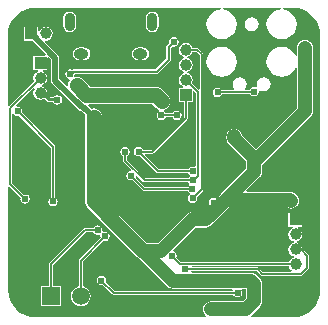
<source format=gbl>
%FSTAX23Y23*%
%MOIN*%
%SFA1B1*%

%IPPOS*%
%ADD13C,0.005000*%
%ADD35R,0.039370X0.039370*%
%ADD36C,0.039370*%
%ADD37R,0.039370X0.039370*%
%ADD38O,0.049212X0.037401*%
%ADD39O,0.035433X0.061024*%
%ADD40C,0.059055*%
%ADD41R,0.059055X0.059055*%
%ADD42C,0.019685*%
%ADD43C,0.010000*%
%ADD44C,0.008000*%
%ADD46C,0.020000*%
%ADD48C,0.006000*%
%ADD50C,0.024000*%
%ADD51C,0.045000*%
%ADD52C,0.050000*%
%LNcore_prototype_1-1*%
%LPD*%
G36*
X03893Y03417D02*
Y03347D01*
X03894Y03342*
X03897Y03337*
X03985Y03249*
X03989Y03246*
X03995Y03245*
X03995*
X04007Y03234*
X04007Y03233*
X04006Y03226*
Y02946*
X04007Y02938*
X0401Y02931*
X04014Y02925*
X0412Y02819*
X04124Y02815*
X04179Y02759*
X04185Y02755*
X04189Y02753*
X04281Y02661*
X04286Y02657*
X04293Y02654*
X043Y02653*
X04496*
X04499Y02648*
X04497Y02646*
X04105*
X04076Y02675*
X04077Y0268*
X04075Y02686*
X04072Y02692*
X04067Y02695*
X04061Y02696*
X04055Y02695*
X0405Y02692*
X04046Y02686*
X04045Y0268*
X04046Y02674*
X0405Y02669*
X04055Y02666*
X04061Y02665*
X04066Y02666*
X04097Y02635*
X04102Y02633*
X045*
X04503Y02628*
X04508Y02625*
X04515Y02624*
X04521Y02625*
X04526Y02628*
X04529Y02633*
X0453Y0264*
X04529Y02646*
X04527Y02648*
X0453Y02653*
X04543*
Y02622*
X04532Y02611*
X04425*
X04418Y0261*
X04411Y02607*
X04406Y02603*
X04402Y02598*
X04399Y02591*
X04398Y02585*
X04399Y02578*
X04402Y02571*
X04406Y02566*
X0441Y02563*
X04408Y02558*
X0384*
X0384Y02558*
X03823Y0256*
X03806Y02565*
X0379Y02573*
X03777Y02585*
X03765Y02598*
X03757Y02614*
X03752Y02631*
X03751Y02644*
X0375Y02649*
X0375Y02652*
X03749Y02652*
Y02992*
X03754Y02994*
X03792Y02957*
X03791Y02953*
X03792Y02946*
X03795Y02941*
X038Y02938*
X03807Y02937*
X03813Y02938*
X03818Y02941*
X03821Y02946*
X03822Y02953*
X03821Y02959*
X03818Y02964*
X03813Y02967*
X03807Y02968*
X03802Y02967*
X03764Y03006*
Y03234*
X03769Y03235*
X0377Y03233*
X03775Y0323*
X03782Y03229*
X03786Y0323*
X03892Y03123*
Y02957*
X03888Y02955*
X03885Y0295*
X03884Y02944*
X03885Y02937*
X03888Y02932*
X03893Y02929*
X039Y02928*
X03906Y02929*
X03911Y02932*
X03914Y02937*
X03915Y02944*
X03914Y0295*
X03911Y02955*
X03907Y02957*
Y03127*
X03907Y03129*
X03905Y03132*
X03796Y0324*
X03797Y03245*
X03796Y03251*
X03793Y03256*
X03788Y03259*
X03782Y0326*
X0378Y0326*
X03777Y03265*
X03834Y03321*
X03838Y03318*
X03836Y03315*
X03834Y03306*
X03836Y03296*
X03841Y03289*
X03848Y03284*
X03858Y03282*
X03867Y03284*
X03872Y03287*
X0388Y03278*
X03883Y03276*
X03887Y03276*
X03899*
X03902Y03271*
X03907Y03268*
X03914Y03267*
X0392Y03268*
X03925Y03271*
X03928Y03276*
X03929Y03283*
X03928Y03289*
X03925Y03294*
X0392Y03297*
X03914Y03298*
X03907Y03297*
X03902Y03294*
X03902Y03293*
X0389*
X03881Y03303*
X03881Y03306*
X03879Y03315*
X03874Y03322*
X03867Y03327*
X03863Y03328*
Y03333*
X03867Y03334*
X03874Y03339*
X03879Y03346*
X03881Y03356*
X03879Y03365*
X03874Y03372*
X03867Y03377*
X03867Y03382*
X03881*
Y03422*
X03886Y03424*
X03893Y03417*
G37*
G36*
X0384Y0359D02*
X04458D01*
X04459Y03585*
X04448Y03583*
X04436Y03578*
X04426Y0357*
X04418Y0356*
X04413Y03548*
X04411Y03535*
X04413Y03521*
X04418Y03509*
X04426Y03499*
X04436Y03491*
X04448Y03486*
X04462Y03484*
X04475Y03486*
X04487Y03491*
X04497Y03499*
X04505Y03509*
X0451Y03521*
X04512Y03535*
X0451Y03548*
X04505Y0356*
X04497Y0357*
X04487Y03578*
X04475Y03583*
X04464Y03585*
X04465Y0359*
X04658*
X04659Y03585*
X04648Y03583*
X04636Y03578*
X04626Y0357*
X04618Y0356*
X04613Y03548*
X04611Y03535*
X04613Y03521*
X04618Y03509*
X04626Y03499*
X04636Y03491*
X04648Y03486*
X04662Y03484*
X04675Y03486*
X04687Y03491*
X04697Y03499*
X04705Y03509*
X0471Y03521*
X04712Y03535*
X0471Y03548*
X04705Y0356*
X04697Y0357*
X04687Y03578*
X04675Y03583*
X04664Y03585*
X04665Y0359*
X04701*
X04701Y0359*
X04718Y03588*
X04735Y03583*
X04751Y03575*
X04764Y03563*
X04776Y0355*
X04784Y03534*
X04789Y03517*
X04791Y035*
X04791Y03499*
Y02648*
X04791Y02648*
X04789Y02631*
X04784Y02614*
X04776Y02598*
X04764Y02585*
X04751Y02573*
X04735Y02565*
X04718Y0256*
X04701Y02558*
X047Y02558*
X0456*
X04558Y02563*
X04562Y02566*
X04588Y02592*
Y02592*
X04592Y02598*
X04595Y02604*
X04596Y02611*
Y0267*
X04595Y02676*
X04592Y02683*
X04588Y02688*
X04578Y02698*
X04573Y02702*
X04566Y02705*
X0456Y02706*
X04363*
X0436Y02711*
X0436Y02711*
X04579*
X04592Y02698*
X04594Y02696*
X04597Y02696*
X04727*
X04729Y02696*
X04731Y02698*
X04751Y02718*
X04753Y0272*
X04753Y02723*
Y02763*
X04753Y02765*
X04751Y02767*
X0473Y02788*
X04729Y02793*
X04724Y028*
X04717Y02805*
X04713Y02806*
Y02811*
X04717Y02812*
X04724Y02817*
X04729Y02824*
X04731Y02834*
X04729Y02843*
X04724Y0285*
X04717Y02855*
X04717Y0286*
X04731*
Y02907*
X04684*
Y0286*
X04698*
X04698Y02855*
X04691Y0285*
X04686Y02843*
X04684Y02834*
X04686Y02824*
X04691Y02817*
X04698Y02812*
X04702Y02811*
Y02806*
X04698Y02805*
X04691Y028*
X04686Y02793*
X04684Y02784*
X04686Y02774*
X04691Y02767*
X04698Y02762*
X04702Y02761*
Y02756*
X04698Y02755*
X04691Y0275*
X04686Y02743*
X04325*
X04311Y02756*
X04312Y02762*
X04311Y02768*
X04308Y02773*
X04303Y02776*
X04302Y02776*
X043Y02782*
X04376Y02857*
X0441*
X04416Y02858*
X04423Y02861*
X04428Y02865*
X04487Y02924*
X0468*
X04687Y02921*
X04693Y0292*
X047Y02921*
X04706Y02924*
X04712Y02928*
X04716Y02933*
X04719Y0294*
X0472Y02947*
X04719Y02953*
X04716Y0296*
X04712Y02965*
X04708Y02968*
X04703Y02973*
X04697Y02975*
X0469Y02976*
X0469*
X04546*
X04544Y02981*
X04588Y03025*
X04592Y0303*
X04595Y03037*
X04596Y03043*
Y03066*
X04758Y03228*
X04762Y03233*
X04765Y0324*
X04766Y03247*
Y03456*
X04765Y03462*
X04762Y03469*
X04758Y03474*
X04757Y03475*
X04752Y03479*
X04745Y03482*
X04739Y03483*
X04732Y03482*
X04725Y03479*
X0472Y03475*
X04716Y0347*
X04713Y03463*
X04712Y03457*
X04713Y0345*
X04713Y03449*
Y03429*
X04708Y03428*
X04705Y03435*
X04697Y03445*
X04687Y03453*
X04675Y03458*
X04662Y0346*
X04648Y03458*
X04636Y03453*
X04626Y03445*
X04618Y03435*
X04613Y03423*
X04611Y0341*
X04613Y03396*
X04618Y03384*
X04626Y03374*
X04636Y03366*
X04648Y03361*
X04662Y03359*
X04675Y03361*
X04687Y03366*
X04697Y03374*
X04705Y03384*
X04708Y03391*
X04713Y0339*
Y03257*
X04576Y0312*
X04529Y03166*
X04529Y03167*
X04526Y03174*
X04522Y03179*
X04517Y03183*
X0451Y03186*
X04504Y03187*
X04497Y03186*
X0449Y03183*
X04485Y03179*
X04481Y03174*
X04478Y03167*
X04477Y03161*
Y03155*
X04478Y03148*
X04481Y03141*
X04485Y03136*
X04543Y03078*
X04543Y03077*
Y03054*
X04458Y02968*
Y02968*
X04443Y02953*
X04442Y02954*
X04436Y02955*
X04429Y02954*
X04424Y02951*
X04421Y02946*
X0442Y0294*
X04421Y02933*
X04422Y02932*
X04399Y0291*
X04365*
X04358Y02909*
X04352Y02906*
X04346Y02902*
X0425Y02806*
X04214*
X04167Y02852*
X04164Y02856*
X04063Y02957*
Y03226*
X04062Y03233*
X04059Y0324*
X04055Y03246*
X04049Y0325*
X04042Y03253*
X04035Y03254*
X04027Y03253*
X04026Y03253*
X04016Y03264*
X04018Y03269*
X04231*
X04242Y03257*
X04248Y03253*
X04254Y0325*
X04254Y03246*
X04254Y03245*
X04249Y03242*
X04246Y03237*
X04245Y03231*
X04246Y03224*
X04249Y03219*
X04254Y03216*
X04261Y03215*
X04267Y03216*
X04272Y03219*
X04275Y03224*
X04275Y03225*
X04298*
X04301Y0322*
X04306Y03217*
X04313Y03216*
X04319Y03217*
X04324Y0322*
X04327Y03225*
X04328Y03232*
X04327Y03238*
X04324Y03243*
X04319Y03246*
X04313Y03247*
X04306Y03246*
X04301Y03243*
X04298Y03238*
X04274*
X04272Y03242*
X04268Y03244*
X04268Y03249*
X04268Y0325*
X0427Y0325*
X04277Y03253*
X04283Y03257*
X04287Y03263*
X0429Y0327*
X04291Y03278*
X0429Y03285*
X04287Y03292*
X04283Y03298*
X04263Y03318*
X04257Y03322*
X0425Y03325*
X04243Y03326*
X04022*
X03998Y03351*
X03992Y03355*
X03985Y03358*
X03978Y03359*
X03975Y03359*
X03973Y0336*
X03971Y03363*
X03972Y03369*
X03973Y03369*
X04245*
X04247Y03369*
X0425Y03371*
X0429Y03411*
Y03411*
X04292Y03414*
X04292Y03417*
Y03455*
X04298Y03461*
X04302Y0346*
X04308Y03461*
X04313Y03465*
X04317Y0347*
X04318Y03476*
X04317Y03482*
X04313Y03487*
X04308Y03491*
X04302Y03492*
X04296Y03491*
X04291Y03487*
X04287Y03482*
X04286Y03476*
X04287Y03472*
X04279Y03464*
X04277Y03461*
X04277Y03459*
Y0342*
X04241Y03384*
X03969*
X03966Y03384*
X03964Y03382*
X03963Y03383*
X03957Y03384*
X0395Y03383*
X03945Y0338*
X03942Y03375*
X03941Y03369*
X03942Y03362*
X03945Y03357*
X0395Y03354*
X03953Y03353*
X03955Y03348*
X03953Y03345*
X0395Y03338*
X03949Y03331*
X03945Y03329*
X0392Y03353*
Y03423*
X03919Y03428*
X03916Y03432*
X03873Y03475*
X03874Y03478*
X03876Y0348*
X03885Y03482*
X03892Y03487*
X03897Y03494*
X03899Y03504*
X03897Y03513*
X03892Y0352*
X03885Y03525*
X03876Y03527*
X03866Y03525*
X03859Y0352*
X03854Y03513*
X03849Y03513*
Y03527*
X03802*
Y0348*
X03829*
X03876Y03434*
X03874Y03429*
X03834*
Y03382*
X03848*
X03848Y03377*
X03841Y03372*
X03836Y03365*
X03834Y03356*
X03836Y03346*
X03836Y03345*
X03754Y03263*
X03749Y03265*
Y035*
X03749Y035*
X03751Y03517*
X03756Y03534*
X03764Y0355*
X03776Y03563*
X03789Y03575*
X03805Y03583*
X03822Y03588*
X03839Y0359*
X0384Y0359*
G37*
G36*
X04686Y02724D02*
X04691Y02717D01*
X04695Y02714*
X04693Y02709*
X04599*
X04586Y02722*
X04584Y02724*
X04582Y02724*
X0436*
X0436Y02724*
X04363Y02729*
X04685*
X04686Y02724*
G37*
%LNcore_prototype_1-2*%
%LPC*%
G36*
X04048Y02864D02*
X04041Y02863D01*
X04036Y0286*
X04033Y02855*
X04006*
X04001Y02853*
X03887Y02739*
X03885Y02735*
Y02662*
X03858*
Y02595*
X03925*
Y02662*
X03898*
Y02732*
X04008Y02842*
X04033*
X04036Y02837*
X04041Y02834*
X04048Y02833*
X04053Y02834*
X04055Y02832*
X04057Y0283*
X04057Y02828*
X04058Y02822*
X03987Y02751*
X03985Y02747*
Y02661*
X03983Y02661*
X03975Y02657*
X03968Y02652*
X03963Y02645*
X03959Y02637*
X03958Y02629*
X03959Y0262*
X03963Y02612*
X03968Y02605*
X03975Y026*
X03983Y02596*
X03992Y02595*
X04Y02596*
X04008Y026*
X04015Y02605*
X0402Y02612*
X04024Y0262*
X04025Y02629*
X04024Y02637*
X0402Y02645*
X04015Y02652*
X04008Y02657*
X04Y02661*
X03998Y02661*
Y02744*
X04067Y02813*
X04073Y02812*
X04079Y02813*
X04084Y02816*
X04087Y02821*
X04088Y02828*
X04087Y02834*
X04084Y02839*
X04079Y02842*
X04073Y02843*
X04067Y02842*
X04065Y02844*
X04063Y02846*
X04063Y02849*
X04062Y02855*
X04059Y0286*
X04054Y02863*
X04048Y02864*
G37*
G36*
X04562Y03558D02*
X04553Y03556D01*
X04545Y03551*
X0454Y03543*
X04538Y03535*
X0454Y03526*
X04545Y03518*
X04553Y03513*
X04562Y03511*
X0457Y03513*
X04578Y03518*
X04583Y03526*
X04585Y03535*
X04583Y03543*
X04578Y03551*
X0457Y03556*
X04562Y03558*
G37*
G36*
X04231Y03577D02*
X04222Y03575D01*
X04215Y03571*
X04211Y03564*
X04209Y03555*
Y0353*
X04211Y03521*
X04215Y03514*
X04222Y0351*
X04231Y03508*
X04239Y0351*
X04246Y03514*
X0425Y03521*
X04252Y0353*
Y03555*
X0425Y03564*
X04246Y03571*
X04239Y03575*
X04231Y03577*
G37*
G36*
X03955D02*
X03947Y03575D01*
X0394Y03571*
X03935Y03564*
X03933Y03555*
Y0353*
X03935Y03521*
X0394Y03514*
X03947Y0351*
X03955Y03508*
X03963Y0351*
X0397Y03514*
X03975Y03521*
X03977Y0353*
Y03555*
X03975Y03564*
X0397Y03571*
X03963Y03575*
X03955Y03577*
G37*
G36*
X04197Y03459D02*
X04185D01*
X04177Y03457*
X04169Y03452*
X04164Y03445*
X04163Y03436*
X04164Y03428*
X04169Y0342*
X04177Y03415*
X04185Y03414*
X04197*
X04206Y03415*
X04213Y0342*
X04218Y03428*
X0422Y03436*
X04218Y03445*
X04215Y0345*
X04215Y0345*
X04214Y0345*
X04213Y03452*
X04206Y03457*
X04197Y03459*
G37*
G36*
X04D02*
X03988D01*
X0398Y03457*
X03972Y03452*
X03967Y03445*
X03966Y03436*
X03967Y03428*
X03972Y0342*
X0398Y03415*
X03988Y03414*
X04*
X04009Y03415*
X04016Y0342*
X04018Y03423*
X04021Y03424*
X04022Y03425*
X04023Y03428*
Y03447*
X04022Y0345*
X04019Y03451*
X04017*
X04016Y03452*
X04009Y03457*
X04Y03459*
G37*
G36*
X04462Y0346D02*
X04448Y03458D01*
X04436Y03453*
X04426Y03445*
X04418Y03435*
X04413Y03423*
X04411Y0341*
X04413Y03396*
X04418Y03384*
X04426Y03374*
X04436Y03366*
X04448Y03361*
X04462Y03359*
X04475Y03361*
X04487Y03366*
X04497Y03374*
X04505Y03384*
X0451Y03396*
X04512Y0341*
X0451Y03423*
X04505Y03435*
X04497Y03445*
X04487Y03453*
X04475Y03458*
X04462Y0346*
G37*
G36*
X04602Y03358D02*
X04593Y03356D01*
X04585Y03351*
X0458Y03343*
X04578Y03335*
X04579Y03328*
X04577Y03325*
X04575Y03324*
X0457Y03325*
X04563Y03324*
X04558Y03321*
X04555Y03316*
X04555Y03315*
X04542*
X04539Y0332*
X04543Y03326*
X04545Y03335*
X04543Y03343*
X04538Y03351*
X0453Y03356*
X04522Y03358*
X04513Y03356*
X04505Y03351*
X045Y03343*
X04498Y03335*
X045Y03326*
X04504Y0332*
X04501Y03315*
X04461*
X04459Y03319*
X04454Y03322*
X04448Y03323*
X04441Y03322*
X04436Y03319*
X04433Y03314*
X04432Y03308*
X04433Y03301*
X04436Y03296*
X04441Y03293*
X04448Y03292*
X04454Y03293*
X04459Y03296*
X04462Y03301*
X04462Y03302*
X04556*
X04558Y03298*
X04563Y03295*
X0457Y03294*
X04576Y03295*
X04581Y03298*
X04584Y03303*
X04585Y0331*
X04585Y03312*
X04589Y03315*
X04593Y03313*
X04602Y03311*
X0461Y03313*
X04618Y03318*
X04623Y03326*
X04625Y03335*
X04623Y03343*
X04618Y03351*
X0461Y03356*
X04602Y03358*
G37*
G36*
X04342Y03473D02*
X04332Y03471D01*
X04325Y03466*
X0432Y03459*
X04318Y0345*
X0432Y0344*
X04325Y03433*
X04332Y03428*
X04336Y03427*
Y03422*
X04332Y03421*
X04325Y03416*
X0432Y03409*
X04318Y034*
X0432Y0339*
X04325Y03383*
X04332Y03378*
X04336Y03377*
Y03372*
X04332Y03371*
X04325Y03366*
X0432Y03359*
X04318Y0335*
X0432Y0334*
X04325Y03333*
X04332Y03328*
X04332Y03323*
X04318*
Y03276*
X04335*
Y03223*
X04228Y03116*
X04199*
X04196Y03121*
X04191Y03124*
X04185Y03125*
X04178Y03124*
X04173Y03121*
X0417Y03116*
X04169Y0311*
X0417Y03103*
X04173Y03098*
X04178Y03095*
X04185Y03094*
X0419Y03095*
X04245Y0304*
X0425Y03038*
X0435*
X04353Y03033*
X04355Y03033*
Y03026*
X04353Y03026*
X0435Y03021*
X04207*
X04146Y03082*
Y03095*
X04151Y03098*
X04154Y03103*
X04155Y0311*
X04154Y03116*
X04151Y03121*
X04146Y03124*
X0414Y03125*
X04133Y03124*
X04128Y03121*
X04125Y03116*
X04124Y0311*
X04125Y03103*
X04128Y03098*
X04133Y03095*
Y0308*
X04135Y03075*
X0416Y0305*
X0416Y0305*
X04158Y03045*
X04153Y03044*
X04148Y03041*
X04145Y03036*
X04144Y0303*
X04145Y03023*
X04148Y03018*
X04153Y03015*
X0416Y03014*
X04165Y03015*
X04199Y02981*
X04204Y02979*
X04349*
X04352Y02974*
X04355Y02973*
X04355Y02967*
X04353Y02966*
X0435Y02961*
X04349Y02955*
X0435Y02948*
X04353Y02943*
X04358Y0294*
X04365Y02939*
X04371Y0294*
X04376Y02943*
X04379Y02948*
X0438Y02955*
X04379Y0296*
X04399Y0298*
X04401Y02985*
Y03434*
X04399Y03438*
X04383Y03454*
X04379Y03456*
X04364*
X04363Y03459*
X04358Y03466*
X04351Y03471*
X04342Y03473*
G37*
%LNcore_prototype_1-3*%
%LPD*%
G36*
X04388Y03431D02*
Y03319D01*
X04383Y03317*
X04362Y03338*
X04363Y0334*
X04365Y0335*
X04363Y03359*
X04358Y03366*
X04351Y03371*
X04347Y03372*
Y03377*
X04351Y03378*
X04358Y03383*
X04363Y0339*
X04365Y034*
X04363Y03409*
X04358Y03416*
X04351Y03421*
X04347Y03422*
Y03427*
X04351Y03428*
X04358Y03433*
X04363Y0344*
X04364Y03443*
X04376*
X04388Y03431*
G37*
G36*
X04376Y03306D02*
Y03061D01*
X04371Y03059*
X04371Y03059*
X04365Y0306*
X04358Y03059*
X04353Y03056*
X0435Y03051*
X04252*
X04205Y03098*
X04207Y03103*
X04231*
X04235Y03105*
X04346Y03216*
X04348Y03221*
Y03276*
X04365*
Y03311*
X04369Y03313*
X04376Y03306*
G37*
G36*
X042Y0301D02*
X04205Y03008D01*
X0435*
X04353Y03003*
X04353Y03003*
X04353Y02997*
X04352Y02997*
X04349Y02992*
X04206*
X04175Y03023*
X04176Y03028*
X04181Y03029*
X042Y0301*
G37*
G54D13*
X04261Y03231D02*
X04262Y03232D01*
X04313*
X04395Y02985D02*
Y03434D01*
X04379Y0345D02*
X04395Y03434D01*
X04365Y02955D02*
X04395Y02985D01*
X04383Y03028D02*
Y03309D01*
X0437Y03015D02*
X04383Y03028D01*
X04342Y0335D02*
X04383Y03309D01*
X04365Y03015D02*
X0437D01*
X04342Y0345D02*
X04379D01*
X04449Y03309D02*
X04569D01*
X04448Y03308D02*
X04449Y03309D01*
X04569D02*
X0457Y0331D01*
X03992Y02629D02*
Y02747D01*
X04073Y02828*
X04006Y02849D02*
X04048D01*
X03892Y02735D02*
X04006Y02849D01*
X03892Y02629D02*
Y02735D01*
X04072Y02828D02*
X04073D01*
X04342Y03221D02*
Y033D01*
X04231Y0311D02*
X04342Y03221D01*
X0425Y03045D02*
X04365D01*
X04204Y02986D02*
X04364D01*
X0416Y0303D02*
X04204Y02986D01*
X04185Y0311D02*
X04231D01*
X04185D02*
X0425Y03045D01*
X04205Y03015D02*
X04365D01*
X0414Y0308D02*
X04205Y03015D01*
X0414Y0308D02*
Y0311D01*
X04102Y0264D02*
X04515D01*
X04061Y0268D02*
X04102Y0264D01*
G54D35*
X03826Y03504D03*
G54D36*
X03876Y03504D03*
X03858Y03306D03*
Y03356D03*
X04342Y0335D03*
Y034D03*
Y0345D03*
X04708Y02734D03*
Y02784D03*
Y02834D03*
G54D37*
X03858Y03406D03*
X04342Y033D03*
X04708Y02884D03*
G54D38*
X03994Y03436D03*
X04191D03*
G54D39*
X03955Y03543D03*
X04231D03*
G54D40*
X03992Y02629D03*
G54D41*
X03892Y02629D03*
G54D42*
X04453Y03064D03*
X04496D03*
X04453Y03021D03*
X04496D03*
G54D43*
X03912Y03284D02*
X03914Y03283D01*
X03887Y03284D02*
X03912D01*
X03865Y03306D02*
X03887Y03284D01*
X03858Y03306D02*
X03865D01*
G54D44*
X03969Y03377D02*
X04245D01*
X03961Y03369D02*
X03969Y03377D01*
X03957Y03369D02*
X03961D01*
X04245Y03377D02*
X04285Y03417D01*
X039Y02944D02*
Y03127D01*
X03782Y03245D02*
X039Y03127D01*
X03757Y03255D02*
X03858Y03356D01*
X03757Y03003D02*
Y03255D01*
Y03003D02*
X03807Y02953D01*
X04285Y03417D02*
Y03459D01*
X04302Y03476*
G54D46*
X03907Y03347D02*
Y03423D01*
Y03347D02*
X03995Y03259D01*
X04001*
X04035Y03226*
X03826Y03504D02*
X03907Y03423D01*
G54D48*
X04727Y02703D02*
X04747Y02723D01*
X04597Y02703D02*
X04727D01*
X04747Y02723D02*
Y02763D01*
X04582Y02718D02*
X04597Y02703D01*
X04341Y02718D02*
X04582D01*
X04322Y02736D02*
X04705D01*
X04297Y02762D02*
X04322Y02736D01*
X04705D02*
X04708Y02734D01*
X04726Y02784D02*
X04747Y02763D01*
X04708Y02784D02*
X04726D01*
G54D50*
X04261Y03231D03*
X04426Y03345D03*
X04693Y02947D03*
X04625Y02632D03*
X0475Y035D03*
Y029D03*
X0465Y033D03*
X046Y032D03*
X0465Y031D03*
X0435Y035D03*
X043Y026D03*
X0425Y035D03*
X042Y034D03*
X0425Y029D03*
X042Y026D03*
X041Y03D03*
Y028D03*
X04D03*
X039Y032D03*
X0395Y031D03*
Y029D03*
X039Y028D03*
X038Y034D03*
Y03D03*
Y028D03*
X0385Y027D03*
X038Y026D03*
X04396Y02929D03*
X04436Y0294D03*
X04322Y03131D03*
X04416Y03125D03*
X04739Y03457D03*
X04448Y03308D03*
X03914Y03283D03*
X03978Y03331D03*
X03957Y03369D03*
X04313Y03232D03*
X04263Y03278D03*
X03782Y03245D03*
X039Y02944D03*
X03807Y02953D03*
X04073Y02828D03*
X04048Y02849D03*
X04069Y02913D03*
X04302Y03476D03*
X0457Y0331D03*
X04577Y0308D03*
X04504Y03161D03*
X04365Y03045D03*
X04035Y03226D03*
X04364Y02986D03*
X04185Y0311D03*
X04365Y02955D03*
X0414Y0311D03*
X04341Y02718D03*
X04297Y02762D03*
X04235Y0274D03*
X04061Y0268D03*
X0416Y0303D03*
X04365Y03015D03*
X04425Y02585D03*
X0457Y0267D03*
X04515Y0264D03*
G54D51*
X04476Y0295D02*
X0469D01*
X04693Y02947*
X04476Y0295D02*
X0457Y03043D01*
X0441Y02884D02*
X04476Y0295D01*
X0457Y03043D02*
Y03077D01*
X042Y0278D02*
X043Y0268D01*
X0457Y03077D02*
X0474Y03247D01*
X04365Y02884D02*
X0441D01*
X04739Y03457D02*
X0474Y03456D01*
Y03247D02*
Y03456D01*
X04504Y03155D02*
X0457Y03089D01*
X04504Y03155D02*
Y03161D01*
X04261Y0278D02*
X04365Y02884D01*
X042Y0278D02*
X04261D01*
X0456Y0268D02*
X0457Y0267D01*
X043Y0268D02*
X0456D01*
X04543Y02585D02*
X0457Y02611D01*
Y0267*
X04425Y02585D02*
X04543D01*
G54D52*
X04035Y02946D02*
X04144Y02836D01*
X04011Y03298D02*
X04243D01*
X03978Y03331D02*
X04011Y03298D01*
X04243D02*
X04263Y03278D01*
X04144Y02835D02*
X042Y0278D01*
X04144Y02835D02*
Y02836D01*
X04035Y02946D02*
Y03226D01*
M02*
</source>
